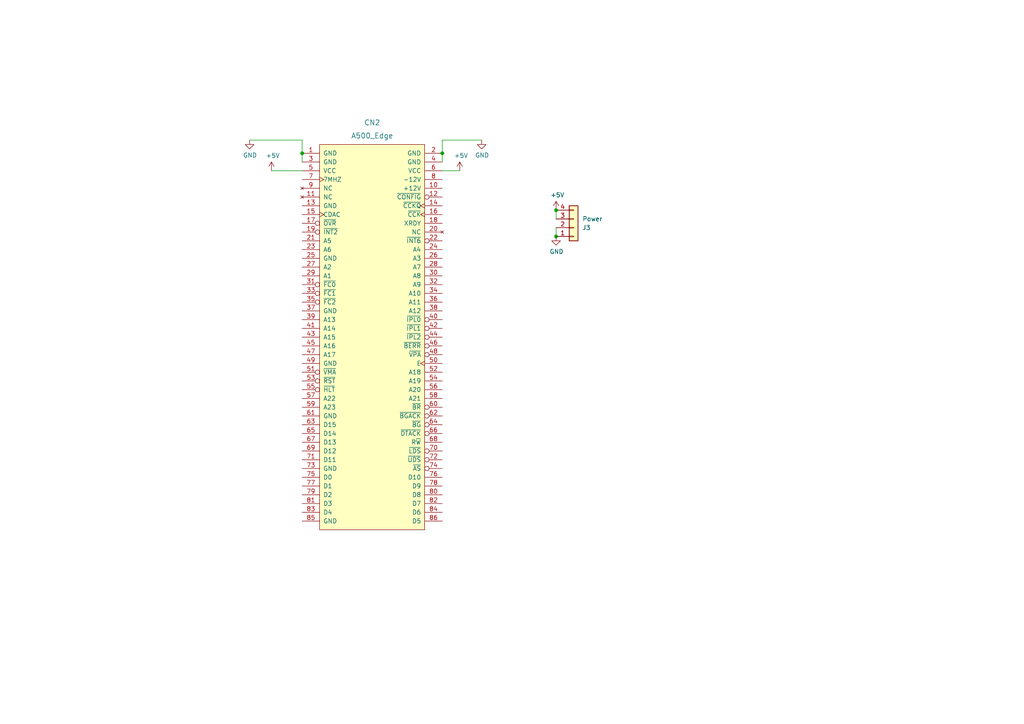
<source format=kicad_sch>
(kicad_sch (version 20230121) (generator eeschema)
  (paper "A4")
  (lib_symbols
    (symbol "Connector_Generic:Conn_01x04" (pin_names (offset 1.016) hide)
      (property "Reference" "J" (at 0 5.08 0))
      (property "Value" "Conn_01x04" (at 0 -7.62 0))
      (symbol "Conn_01x04_1_1"
        (rectangle (start -1.27 -4.953) (end 0 -5.207) (stroke (width 0.1524)))
        (rectangle (start -1.27 -2.413) (end 0 -2.667) (stroke (width 0.1524)))
        (rectangle (start -1.27 0.127) (end 0 -0.127) (stroke (width 0.1524)))
        (rectangle (start -1.27 2.667) (end 0 2.413) (stroke (width 0.1524)))
        (rectangle (start -1.27 3.81) (end 1.27 -6.35) (stroke (width 0.254)) (fill (type background)))
        (pin passive line (at -5.08 2.54 0) (length 3.81) (name "Pin_1") (number "1"))
        (pin passive line (at -5.08 0 0) (length 3.81) (name "Pin_2") (number "2"))
        (pin passive line (at -5.08 -2.54 0) (length 3.81) (name "Pin_3") (number "3"))
        (pin passive line (at -5.08 -5.08 0) (length 3.81) (name "Pin_4") (number "4"))
      )
    )
    (symbol "Sassa:A500_Edge" (pin_names (offset 1.016))
      (property "Reference" "CN" (at -15.24 55.88 0))
      (property "Value" "A500_Edge" (at -15.24 -59.055 0))
      (symbol "A500_Edge_0_1"
        (rectangle (start -15.24 55.88) (end 15.24 -55.88) (fill (type background)))
      )
      (symbol "A500_Edge_1_0"
        (pin power_out line (at -20.32 53.34 0) (length 5.08) (name "GND") (number "1"))
        (pin power_out line (at 20.32 43.18 180) (length 5.08) (name "+12V") (number "10"))
        (pin no_connect line (at -20.32 40.64 0) (length 5.08) (name "NC") (number "11"))
        (pin bidirectional inverted (at 20.32 40.64 180) (length 5.08) (name "~{CONFIG}") (number "12"))
        (pin passive line (at -20.32 38.1 0) (length 5.08) (name "GND") (number "13"))
        (pin output clock (at 20.32 38.1 180) (length 5.08) (name "~{CCKQ}") (number "14"))
        (pin output clock (at -20.32 35.56 0) (length 5.08) (name "CDAC") (number "15"))
        (pin output clock (at 20.32 35.56 180) (length 5.08) (name "~{CCK}") (number "16"))
        (pin input inverted (at -20.32 33.02 0) (length 5.08) (name "~{OVR}") (number "17"))
        (pin input line (at 20.32 33.02 180) (length 5.08) (name "XRDY") (number "18"))
        (pin bidirectional inverted (at -20.32 30.48 0) (length 5.08) (name "~{INT2}") (number "19"))
        (pin passive line (at 20.32 53.34 180) (length 5.08) (name "GND") (number "2"))
        (pin no_connect line (at 20.32 30.48 180) (length 5.08) (name "NC") (number "20"))
        (pin bidirectional line (at -20.32 27.94 0) (length 5.08) (name "A5") (number "21"))
        (pin bidirectional inverted (at 20.32 27.94 180) (length 5.08) (name "~{INT6}") (number "22"))
        (pin bidirectional line (at -20.32 25.4 0) (length 5.08) (name "A6") (number "23"))
        (pin bidirectional line (at 20.32 25.4 180) (length 5.08) (name "A4") (number "24"))
        (pin passive line (at -20.32 22.86 0) (length 5.08) (name "GND") (number "25"))
        (pin bidirectional line (at 20.32 22.86 180) (length 5.08) (name "A3") (number "26"))
        (pin bidirectional line (at -20.32 20.32 0) (length 5.08) (name "A2") (number "27"))
        (pin bidirectional line (at 20.32 20.32 180) (length 5.08) (name "A7") (number "28"))
        (pin bidirectional line (at -20.32 17.78 0) (length 5.08) (name "A1") (number "29"))
        (pin passive line (at -20.32 50.8 0) (length 5.08) (name "GND") (number "3"))
        (pin bidirectional line (at 20.32 17.78 180) (length 5.08) (name "A8") (number "30"))
        (pin bidirectional inverted (at -20.32 15.24 0) (length 5.08) (name "~{FC0}") (number "31"))
        (pin bidirectional line (at 20.32 15.24 180) (length 5.08) (name "A9") (number "32"))
        (pin bidirectional inverted (at -20.32 12.7 0) (length 5.08) (name "~{FC1}") (number "33"))
        (pin bidirectional line (at 20.32 12.7 180) (length 5.08) (name "A10") (number "34"))
        (pin bidirectional inverted (at -20.32 10.16 0) (length 5.08) (name "~{FC2}") (number "35"))
        (pin bidirectional line (at 20.32 10.16 180) (length 5.08) (name "A11") (number "36"))
        (pin passive line (at -20.32 7.62 0) (length 5.08) (name "GND") (number "37"))
        (pin bidirectional line (at 20.32 7.62 180) (length 5.08) (name "A12") (number "38"))
        (pin bidirectional line (at -20.32 5.08 0) (length 5.08) (name "A13") (number "39"))
        (pin passive line (at 20.32 50.8 180) (length 5.08) (name "GND") (number "4"))
        (pin bidirectional inverted (at 20.32 5.08 180) (length 5.08) (name "~{IPL0}") (number "40"))
        (pin bidirectional line (at -20.32 2.54 0) (length 5.08) (name "A14") (number "41"))
        (pin bidirectional inverted (at 20.32 2.54 180) (length 5.08) (name "~{IPL1}") (number "42"))
        (pin bidirectional line (at -20.32 0 0) (length 5.08) (name "A15") (number "43"))
        (pin bidirectional inverted (at 20.32 0 180) (length 5.08) (name "~{IPL2}") (number "44"))
        (pin bidirectional line (at -20.32 -2.54 0) (length 5.08) (name "A16") (number "45"))
        (pin bidirectional inverted (at 20.32 -2.54 180) (length 5.08) (name "~{BERR}") (number "46"))
        (pin bidirectional line (at -20.32 -5.08 0) (length 5.08) (name "A17") (number "47"))
        (pin output inverted (at 20.32 -5.08 180) (length 5.08) (name "~{VPA}") (number "48"))
        (pin passive line (at -20.32 -7.62 0) (length 5.08) (name "GND") (number "49"))
        (pin power_out line (at -20.32 48.26 0) (length 5.08) (name "VCC") (number "5"))
        (pin bidirectional clock (at 20.32 -7.62 180) (length 5.08) (name "E") (number "50"))
        (pin bidirectional inverted (at -20.32 -10.16 0) (length 5.08) (name "~{VMA}") (number "51"))
        (pin bidirectional line (at 20.32 -10.16 180) (length 5.08) (name "A18") (number "52"))
        (pin bidirectional inverted (at -20.32 -12.7 0) (length 5.08) (name "~{RST}") (number "53"))
        (pin bidirectional line (at 20.32 -12.7 180) (length 5.08) (name "A19") (number "54"))
        (pin bidirectional inverted (at -20.32 -15.24 0) (length 5.08) (name "~{HLT}") (number "55"))
        (pin bidirectional line (at 20.32 -15.24 180) (length 5.08) (name "A20") (number "56"))
        (pin bidirectional line (at -20.32 -17.78 0) (length 5.08) (name "A22") (number "57"))
        (pin bidirectional line (at 20.32 -17.78 180) (length 5.08) (name "A21") (number "58"))
        (pin bidirectional line (at -20.32 -20.32 0) (length 5.08) (name "A23") (number "59"))
        (pin passive line (at 20.32 48.26 180) (length 5.08) (name "VCC") (number "6"))
        (pin input inverted (at 20.32 -20.32 180) (length 5.08) (name "~{BR}") (number "60"))
        (pin passive line (at -20.32 -22.86 0) (length 5.08) (name "GND") (number "61"))
        (pin input inverted (at 20.32 -22.86 180) (length 5.08) (name "~{BGACK}") (number "62"))
        (pin bidirectional line (at -20.32 -25.4 0) (length 5.08) (name "D15") (number "63"))
        (pin output inverted (at 20.32 -25.4 180) (length 5.08) (name "~{BG}") (number "64"))
        (pin bidirectional line (at -20.32 -27.94 0) (length 5.08) (name "D14") (number "65"))
        (pin bidirectional inverted (at 20.32 -27.94 180) (length 5.08) (name "~{DTACK}") (number "66"))
        (pin bidirectional line (at -20.32 -30.48 0) (length 5.08) (name "D13") (number "67"))
        (pin bidirectional line (at 20.32 -30.48 180) (length 5.08) (name "R~{W}") (number "68"))
        (pin bidirectional line (at -20.32 -33.02 0) (length 5.08) (name "D12") (number "69"))
        (pin output clock (at -20.32 45.72 0) (length 5.08) (name "7MHZ") (number "7"))
        (pin bidirectional inverted (at 20.32 -33.02 180) (length 5.08) (name "~{LDS}") (number "70"))
        (pin bidirectional line (at -20.32 -35.56 0) (length 5.08) (name "D11") (number "71"))
        (pin bidirectional inverted (at 20.32 -35.56 180) (length 5.08) (name "~{UDS}") (number "72"))
        (pin passive line (at -20.32 -38.1 0) (length 5.08) (name "GND") (number "73"))
        (pin bidirectional inverted (at 20.32 -38.1 180) (length 5.08) (name "~{AS}") (number "74"))
        (pin bidirectional line (at -20.32 -40.64 0) (length 5.08) (name "D0") (number "75"))
        (pin bidirectional line (at 20.32 -40.64 180) (length 5.08) (name "D10") (number "76"))
        (pin bidirectional line (at -20.32 -43.18 0) (length 5.08) (name "D1") (number "77"))
        (pin bidirectional line (at 20.32 -43.18 180) (length 5.08) (name "D9") (number "78"))
        (pin bidirectional line (at -20.32 -45.72 0) (length 5.08) (name "D2") (number "79"))
        (pin power_out line (at 20.32 45.72 180) (length 5.08) (name "-12V") (number "8"))
        (pin bidirectional line (at 20.32 -45.72 180) (length 5.08) (name "D8") (number "80"))
        (pin bidirectional line (at -20.32 -48.26 0) (length 5.08) (name "D3") (number "81"))
        (pin bidirectional line (at 20.32 -48.26 180) (length 5.08) (name "D7") (number "82"))
        (pin bidirectional line (at -20.32 -50.8 0) (length 5.08) (name "D4") (number "83"))
        (pin bidirectional line (at 20.32 -50.8 180) (length 5.08) (name "D6") (number "84"))
        (pin passive line (at -20.32 -53.34 0) (length 5.08) (name "GND") (number "85"))
        (pin bidirectional line (at 20.32 -53.34 180) (length 5.08) (name "D5") (number "86"))
        (pin no_connect line (at -20.32 43.18 0) (length 5.08) (name "NC") (number "9"))
      )
    )
    (symbol "power:+5V" (power) (pin_names (offset 0))
      (property "Value" "+5V" (at 0 3.556 0))
      (symbol "+5V_0_1"
        (polyline (pts (xy -0.762 1.27) (xy 0 2.54)))
        (polyline (pts (xy 0 0) (xy 0 2.54)))
        (polyline (pts (xy 0 2.54) (xy 0.762 1.27)))
      )
      (symbol "+5V_1_1"
        (pin power_in line (at 0 0 90) (length 0) hide (name "+5V") (number "1"))
      )
    )
    (symbol "power:GND" (power) (pin_names (offset 0))
      (property "Value" "GND" (at 0 -3.81 0))
      (symbol "GND_0_1"
        (polyline (pts (xy 0 0) (xy 0 -1.27) (xy 1.27 -1.27) (xy 0 -2.54) (xy -1.27 -1.27) (xy 0 -1.27)))
      )
      (symbol "GND_1_1"
        (pin power_in line (at 0 0 270) (length 0) hide (name "GND") (number "1"))
      )
    )
  )
  (junction (at 128.27 44.45))
  (junction (at 161.29 68.58))
  (junction (at 161.29 60.96))
  (junction (at 87.63 44.45))
  (wire (pts (xy 78.74 49.53) (xy 87.63 49.53)))
  (wire (pts (xy 72.39 40.64) (xy 87.63 40.64)))
  (wire (pts (xy 128.27 40.64) (xy 128.27 44.45)))
  (wire (pts (xy 161.29 60.96) (xy 161.29 63.5)))
  (wire (pts (xy 128.27 44.45) (xy 128.27 46.99)))
  (wire (pts (xy 87.63 44.45) (xy 87.63 46.99)))
  (wire (pts (xy 128.27 49.53) (xy 133.35 49.53)))
  (wire (pts (xy 161.29 66.04) (xy 161.29 68.58)))
  (wire (pts (xy 87.63 40.64) (xy 87.63 44.45)))
  (wire (pts (xy 139.7 40.64) (xy 128.27 40.64)))
  (symbol (lib_id "power:GND") (at 72.39 40.64 0) (unit 1)
    (property "Reference" "#PWR016" (effects hide))
    (property "Value" "GND" (at 72.517 45.0342 0))
  )
  (symbol (lib_id "Sassa:A500_Edge") (at 107.95 97.79 0) (unit 1)
    (property "Reference" "CN2" (at 107.95 35.56 0) (effects (font (size 1.4986 1.4986))))
    (property "Value" "A500_Edge" (at 107.95 39.37 0) (effects (font (size 1.4986 1.4986))))
    (property "Footprint" "Sassa:A500_ExpansionSocket_2x43_P2.54mm_5mm" (effects hide))
    (property "Datasheet" "https://www.fujitsu.com/downloads/MICRO/fcai/connectors/fcn224j.pdf" (effects hide))
  )
  (symbol (lib_id "power:+5V") (at 161.29 60.96 0) (unit 1)
    (property "Reference" "#PWR011" (effects hide))
    (property "Value" "+5V" (at 161.671 56.5658 0))
  )
  (symbol (lib_id "power:GND") (at 139.7 40.64 0) (unit 1)
    (property "Reference" "#PWR015" (effects hide))
    (property "Value" "GND" (at 139.827 45.0342 0))
  )
  (symbol (lib_id "Connector_Generic:Conn_01x04") (at 166.37 66.04 0) (mirror x) (unit 1)
    (property "Reference" "J3" (at 168.91 66.04 0) (effects (justify left)))
    (property "Value" "Power" (at 168.91 63.5 0) (effects (justify left)))
    (property "Footprint" "Connector_PinHeader_2.54mm:PinHeader_1x04_P2.54mm_Vertical" (effects hide))
  )
  (symbol (lib_id "power:+5V") (at 78.74 49.53 0) (unit 1)
    (property "Reference" "#PWR013" (effects hide))
    (property "Value" "+5V" (at 79.121 45.1358 0))
  )
  (symbol (lib_id "power:+5V") (at 133.35 49.53 0) (unit 1)
    (property "Reference" "#PWR014" (effects hide))
    (property "Value" "+5V" (at 133.731 45.1358 0))
  )
  (symbol (lib_id "power:GND") (at 161.29 68.58 0) (unit 1)
    (property "Reference" "#PWR012" (effects hide))
    (property "Value" "GND" (at 161.417 72.9742 0))
  )
)
</source>
